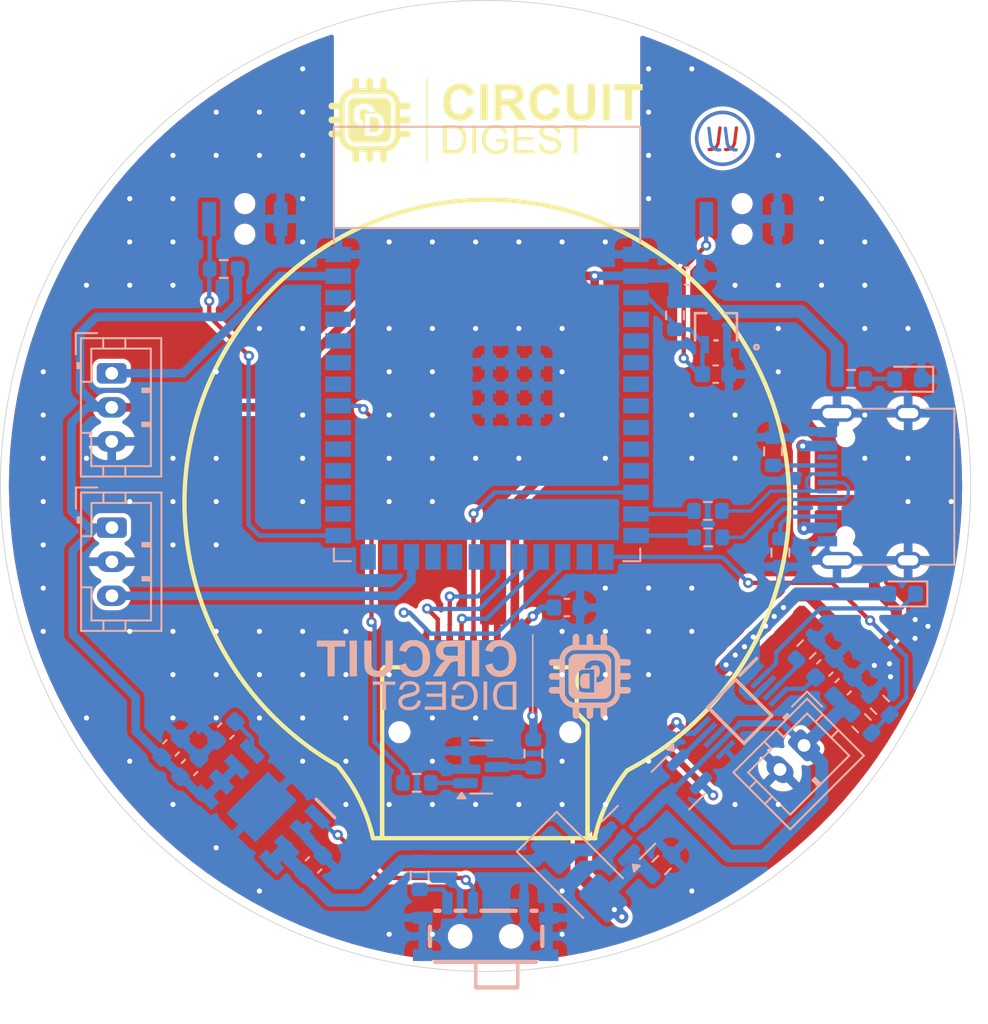
<source format=kicad_pcb>
(kicad_pcb (version 20240108) (generator "pcbnew") (generator_version "8.0")
  (layers (0 "F.Cu" signal) (31 "B.Cu" signal) (34 "B.Paste" user) (35 "F.Paste" user) (36 "B.SilkS" user "B.Silkscreen") (37 "F.SilkS" user "F.Silkscreen") (38 "B.Mask" user) (39 "F.Mask" user) (44 "Edge.Cuts" user))
  (net 0 "")
  (net 1 "/IO0")
  (net 2 "GND")
  (net 3 "/EN")
  (net 4 "+3V3")
  (net 5 "VCC")
  (net 6 "Net-(IC2-SS)")
  (net 7 "Net-(IC3-CT)")
  (net 8 "+BATT")
  (net 9 "VBUS")
  (net 10 "LDO_EN")
  (net 11 "Net-(IC3-DRV)")
  (net 12 "Net-(IC3-CS)")
  (net 13 "Net-(IC3-~{CHG})")
  (net 14 "Net-(IC3-ISET)")
  (net 15 "/USB_D+")
  (net 16 "Net-(J1-CC2)")
  (net 18 "/USB_D-")
  (net 20 "Net-(J1-CC1)")
  (net 21 "/IO47")
  (net 22 "/IO1")
  (net 23 "/IO8")
  (net 24 "/IO11")
  (net 25 "/IO10")
  (net 26 "/IO12")
  (net 27 "Net-(J5-LEDK)")
  (net 28 "/IO9")
  (net 29 "Net-(LED1-A)")
  (net 30 "Net-(Q1-C)")
  (net 31 "Net-(Q1-E)")
  (net 32 "/IO40")
  (net 33 "Net-(U2-GPIO20{slash}U1CTS{slash}ADC2_CH9{slash}CLK_OUT1{slash}USB_D+)")
  (net 34 "Net-(U2-GPIO19{slash}U1RTS{slash}ADC2_CH8{slash}CLK_OUT2{slash}USB_D-)")
  (net 35 "Net-(SW1-C)")
  (net 36 "/IO3")
  (net 37 "/IO35")
  (net 38 "/IO6")
  (net 39 "/IO13")
  (net 40 "/IO45")
  (net 41 "/IO48")
  (net 42 "/IO18")
  (net 43 "/IO16")
  (net 44 "/IO5")
  (net 45 "/IO17")
  (net 46 "/IO42")
  (net 47 "/IO2")
  (net 48 "/IO36")
  (net 49 "/TXD0")
  (net 50 "/IO46")
  (net 51 "/IO39{slash}SCL")
  (net 52 "/IO21")
  (net 53 "/RXD0")
  (net 54 "/IO14")
  (net 55 "/IO4")
  (net 56 "/IO15")
  (net 57 "/IO37")
  (net 58 "/IO7")
  (net 59 "/IO38{slash}SDA")
  (net 60 "/IO41")
  (footprint "LOGO" (layer "F.Cu") (at 76.2 29.32)
    (property "Reference" "G***" (hide yes))
    (property "Value" "LOGO" (hide yes))
  )
  (footprint "GC9A01:GC9A01" (layer "F.Cu") (at 76.193 61.446661)
    (property "Reference" "J5" (hide yes))
    (property "Value" "GC9A01")
  )
  (footprint "Resistor_SMD:R_0603_1608Metric" (layer "B.Cu") (at 93.09 48.77 -90)
    (property "Reference" "R7" (hide yes))
    (property "Value" "5K1")
  )
  (footprint "Resistor_SMD:R_0603_1608Metric" (layer "B.Cu") (at 89.26 52.27 180)
    (property "Reference" "R6" (hide yes))
    (property "Value" "33R")
  )
  (footprint "Resistor_SMD:R_0603_1608Metric" (layer "B.Cu") (at 99.36 63.65 135)
    (property "Reference" "R14" (hide yes))
    (property "Value" "100K")
  )
  (footprint "Capacitor_SMD:C_0603_1608Metric" (layer "B.Cu") (at 58.814967 67.328708 45)
    (property "Reference" "C5" (hide yes))
    (property "Value" "10uF")
  )
  (footprint "Resistor_SMD:R_0603_1608Metric" (layer "B.Cu") (at 98.29 64.73 -45)
    (property "Reference" "R13" (hide yes))
    (property "Value" "100K")
  )
  (footprint "Capacitor_SMD:C_0603_1608Metric" (layer "B.Cu") (at 88.0515 38.48 180)
    (property "Reference" "C1" (hide yes))
    (property "Value" "0.1uF")
  )
  (footprint "Diode_SMD:D_SMA" (layer "B.Cu") (at 81.692258 73.583018 -45)
    (property "Reference" "D2" (hide yes))
    (property "Value" "SS14D")
  )
  (footprint "Capacitor_SMD:C_0603_1608Metric" (layer "B.Cu") (at 97.21 62.59 45)
    (property "Reference" "C9" (hide yes))
    (property "Value" "10uF")
  )
  (footprint "3x4x2:Tactile 3x4x2mm TS-A010" (layer "B.Cu") (at 62.06 35.13)
    (property "Reference" "BOOT1" (hide yes))
    (property "Value" "UBOOT")
  )
  (footprint "Connector_JST:JST_PH_B3B-PH-K_1x03_P2.00mm_Vertical" (layer "B.Cu") (at 54.24 44.19 -90)
    (property "Reference" "J4" (hide yes))
    (property "Value" "Conn_01x03")
  )
  (footprint "Capacitor_SMD:C_0603_1608Metric" (layer "B.Cu") (at 57.724967 66.178708 45)
    (property "Reference" "C6" (hide yes))
    (property "Value" "1uF")
  )
  (footprint "Capacitor_SMD:C_0603_1608Metric" (layer "B.Cu") (at 66.094967 73.048708 45)
    (property "Reference" "C3" (hide yes))
    (property "Value" "10uF")
  )
  (footprint "Capacitor_SMD:C_0603_1608Metric" (layer "B.Cu") (at 96.131992 61.488008 45)
    (property "Reference" "C8" (hide yes))
    (property "Value" "10uF")
  )
  (footprint "Resistor_SMD:R_0603_1608Metric" (layer "B.Cu") (at 60.82 38.07 180)
    (property "Reference" "R4" (hide yes))
    (property "Value" "10K")
  )
  (footprint "Capacitor_SMD:C_0603_1608Metric" (layer "B.Cu") (at 80.98 57.94 180)
    (property "Reference" "C7" (hide yes))
    (property "Value" "0.1uF")
  )
  (footprint "MAX1898EUB42:SOP50P490X110-10N" (layer "B.Cu") (at 91.137258 64.038528 -135)
    (property "Reference" "IC3" (hide yes))
    (property "Value" "MAX1898EUB42+T" (hide yes))
  )
  (footprint "Package_TO_SOT_SMD:SOT-23" (layer "B.Cu") (at 87.515336 68.231161 -135)
    (property "Reference" "U1" (hide yes))
    (property "Value" "AO3401A")
  )
  (footprint "Resistor_SMD:R_0603_1608Metric" (layer "B.Cu") (at 89.28 53.82 180)
    (property "Reference" "R5" (hide yes))
    (property "Value" "33R")
  )
  (footprint "3x4x2:Tactile 3x4x2mm TS-A010" (layer "B.Cu") (at 91.27 35.13)
    (property "Reference" "BOOT2" (hide yes))
    (property "Value" "RESET")
  )
  (footprint "Resistor_SMD:R_0603_1608Metric" (layer "B.Cu") (at 79.01 66.51 90)
    (property "Reference" "R2" (hide yes))
    (property "Value" "10")
  )
  (footprint "LOGO" (layer "B.Cu") (at 75.52 61.98 180)
    (property "Reference" "G***" (hide yes))
    (property "Value" "LOGO" (hide yes))
  )
  (footprint "Connector_JST:JST_PH_B3B-PH-K_1x03_P2.00mm_Vertical" (layer "B.Cu") (at 54.25 53.25 -90)
    (property "Reference" "J2" (hide yes))
    (property "Value" "Conn_01x03")
  )
  (footprint "Resistor_SMD:R_0603_1608Metric" (layer "B.Cu") (at 87.3315 40.79 -90)
    (property "Reference" "R3" (hide yes))
    (property "Value" "10K")
  )
  (footprint "Resistor_SMD:R_0603_1608Metric" (layer "B.Cu") (at 86.54 73.06 45)
    (property "Reference" "R11" (hide yes))
    (property "Value" "100K")
  )
  (footprint "LED_SMD:LED_0603_1608Metric" (layer "B.Cu") (at 100.67 57.14 180)
    (property "Reference" "LED4" (hide yes))
    (property "Value" "LED Blue")
  )
  (footprint "Connector_USB:USB_C_Receptacle_XKB_U262-16XN-4BVC11" (layer "B.Cu") (at 99.95 50.85 -90)
    (property "Reference" "J1" (hide yes))
    (property "Value" "USB_C_Receptacle_USB2.0")
  )
  (footprint "Package_TO_SOT_SMD:SOT-23" (layer "B.Cu") (at 75.9525 67.3)
    (property "Reference" "Q1" (hide yes))
    (property "Value" "S8050")
  )
  (footprint "Resistor_SMD:R_0603_1608Metric" (layer "B.Cu") (at 72.16 68.23)
    (property "Reference" "R1" (hide yes))
    (property "Value" "10K")
  )
  (footprint "Resistor_SMD:R_0603_1608Metric" (layer "B.Cu") (at 97.68 44.52)
    (property "Reference" "R9" (hide yes))
    (property "Value" "1K")
  )
  (footprint "SMD_Slide_switch:slide switch spdt" (layer "B.Cu") (at 76.21 76.815 180)
    (property "Reference" "SW1" (hide yes))
    (property "Value" "SLW-66527511-SMT-TR")
  )
  (footprint "Resistor_SMD:R_0603_1608Metric" (layer "B.Cu") (at 93.52 54.72 90)
    (property "Reference" "R8" (hide yes))
    (property "Value" "5K1")
  )
  (footprint "ADP1706ARDZ:SOIC127P600X175-9N" (layer "B.Cu") (at 63.055288 69.639365 135)
    (property "Reference" "IC2" (hide yes))
    (property "Value" "ADP1706ARDZ-3.3-R7" (hide yes))
  )
  (footprint "Resistor_SMD:R_0603_1608Metric" (layer "B.Cu") (at 72.33 73.66 -90)
    (property "Reference" "R10" (hide yes))
    (property "Value" "100K")
  )
  (footprint "Espressif:ESP32-S3-WROOM-1" (layer "B.Cu") (at 76.29 45.47 180)
    (property "Reference" "U2" (hide yes))
    (property "Value" "ESP32-S3-WROOM-1")
  )
  (footprint "Resistor_SMD:R_0603_1608Metric" (layer "B.Cu") (at 95.05 60.4 45)
    (property "Reference" "R12" (hide yes))
    (property "Value" "1.4K")
  )
  (footprint "ADM803SAKSZ:KS_3_ADI" (layer "B.Cu") (at 89.74 41.46 180)
    (property "Reference" "U8" (hide yes))
    (property "Value" "ADM803SAKSZ-REEL7")
  )
  (footprint "Capacitor_SMD:C_0603_1608Metric" (layer "B.Cu") (at 89.72 44.24)
    (property "Reference" "C2" (hide yes))
    (property "Value" "0.1uF")
  )
  (footprint "LED_SMD:LED_0603_1608Metric" (layer "B.Cu") (at 101.01 44.54 180)
    (property "Reference" "LED1" (hide yes))
    (property "Value" "LED Red")
  )
  (footprint "Package_TO_SOT_SMD:SOT-23" (layer "B.Cu") (at 84.614871 71.141185 45)
    (property "Reference" "U5" (hide yes))
    (property "Value" "AO3401A")
  )
  (footprint "Capacitor_SMD:C_0603_1608Metric" (layer "B.Cu") (at 60.945288 65.189365 -135)
    (property "Reference" "C4" (hide yes))
    (property "Value" "1uF")
  )
  (footprint "Connector_JST:JST_PH_B2B-PH-K_1x02_P2.00mm_Vertical" (layer "B.Cu") (at 94.911464 66.030423 -135)
    (property "Reference" "J3" (hide yes))
    (property "Value" " B2B-PH-SM4-TB(LF)(SN) ")
  )
  (gr_circle (center 90.126 30.4) (end 91.65 30.4) (stroke (width 0.2)) (fill none) (layer "F.Cu"))
  (gr_circle (center 90.126 30.4) (end 91.65 30.4) (stroke (width 0.2)) (fill none) (layer "B.Cu"))
  (gr_circle (center 76.2 50.8) (end 98.47 68.58) (stroke (width 0.05)) (fill none) (layer "Edge.Cuts"))
  (gr_text "JJ" (at 89.03 31.22 0) (layer "F.Cu") (effects (font (size 1.27 1.27) (thickness 0.1905) (bold yes) (italic yes)) (justify left bottom)))
  (gr_text "JJ" (at 91.23 31.24 0) (layer "B.Cu") (effects (font (size 1.27 1.27) (thickness 0.1905) (bold yes) (italic yes)) (justify left bottom mirror)))
  (segment (start 62.3 43.17) (end 59.97 40.84) (width 0.254) (layer "F.Cu") (net 1))
  (segment (start 59.97 40.84) (end 59.97 39.94) (width 0.254) (layer "F.Cu") (net 1))
  (via (at 62.3 43.17) (size 0.6) (drill 0.3) (layers "F.Cu" "B.Cu") (net 1))
  (via (at 59.97 39.94) (size 0.6) (drill 0.3) (layers "F.Cu" "B.Cu") (net 1))
  (segment (start 59.995 35.165) (end 59.96 35.13) (width 0.254) (layer "B.Cu") (net 1))
  (segment (start 59.995 38.07) (end 59.995 35.165) (width 0.254) (layer "B.Cu") (net 1))
  (segment (start 62.3 43.17) (end 62.28 43.19) (width 0.254) (layer "B.Cu") (net 1))
  (segment (start 59.97 39.94) (end 59.97 38.095) (width 0.254) (layer "B.Cu") (net 1))
  (segment (start 59.97 38.095) (end 59.995 38.07) (width 0.254) (layer "B.Cu") (net 1))
  (segment (start 62.28 53.08) (end 62.92 53.72) (width 0.254) (layer "B.Cu") (net 1))
  (segment (start 62.28 43.19) (end 62.28 53.08) (width 0.254) (layer "B.Cu") (net 1))
  (segment (start 62.92 53.72) (end 67.54 53.72) (width 0.254) (layer "B.Cu") (net 1))
  (via (at 55.29796 39.02) (size 0.6) (drill 0.3) (layers "F.Cu" "B.Cu") (net 2))
  (via (at 50.21796 59.34) (size 0.6) (drill 0.3) (layers "F.Cu" "B.Cu") (net 2))
  (via (at 83.23796 36.48) (size 0.6) (drill 0.3) (layers "F.Cu" "B.Cu") (net 2))
  (via (at 80.69796 61.88) (size 0.6) (drill 0.3) (layers "F.Cu" "B.Cu") (net 2))
  (via (at 90.85796 69.5) (size 0.6) (drill 0.3) (layers "F.Cu" "B.Cu") (net 2))
  (via (at 52.75796 64.42) (size 0.6) (drill 0.3) (layers "F.Cu" "B.Cu") (net 2))
  (via (at 99.99 62) (size 0.6) (drill 0.3) (layers "F.Cu" "B.Cu") (net 2))
  (via (at 57.83796 31.4) (size 0.6) (drill 0.3) (layers "F.Cu" "B.Cu") (net 2))
  (via (at 103.55796 51.72) (size 0.6) (drill 0.3) (layers "F.Cu" "B.Cu") (net 2))
  (via (at 60.37796 49.18) (size 0.6) (drill 0.3) (layers "F.Cu" "B.Cu") (net 2))
  (via (at 90.85796 39.02) (size 0.6) (drill 0.3) (layers "F.Cu" "B.Cu") (net 2))
  (via (at 70.53796 44.1) (size 0.6) (drill 0.3) (layers "F.Cu" "B.Cu") (net 2))
  (via (at 88.31796 26.32) (size 0.6) (drill 0.3) (layers "F.Cu" "B.Cu") (net 2))
  (via (at 57.83796 49.18) (size 0.6) (drill 0.3) (layers "F.Cu" "B.Cu") (net 2))
  (via (at 50.21796 49.18) (size 0.6) (drill 0.3) (layers "F.Cu" "B.Cu") (net 2))
  (via (at 62.91796 28.86) (size 0.6) (drill 0.3) (layers "F.Cu" "B.Cu") (net 2))
  (via (at 85.77796 28.86) (size 0.6) (drill 0.3) (layers "F.Cu" "B.Cu") (net 2))
  (via (at 55.29796 33.94) (size 0.6) (drill 0.3) (layers "F.Cu" "B.Cu") (net 2))
  (via (at 55.29796 36.48) (size 0.6) (drill 0.3) (layers "F.Cu" "B.Cu") (net 2))
  (via (at 65.45796 59.34) (size 0.6) (drill 0.3) (layers "F.Cu" "B.Cu") (net 2))
  (via (at 50.21796 51.72) (size 0.6) (drill 0.3) (layers "F.Cu" "B.Cu") (net 2))
  (via (at 80.69796 41.56) (size 0.6) (drill 0.3) (layers "F.Cu" "B.Cu") (net 2))
  (via (at 73.07796 44.1) (size 0.6) (drill 0.3) (layers "F.Cu" "B.Cu") (net 2))
  (via (at 65.45796 49.18) (size 0.6) (drill 0.3) (layers "F.Cu" "B.Cu") (net 2))
  (via (at 88.31796 46.64) (size 0.6) (drill 0.3) (layers "F.Cu" "B.Cu") (net 2))
  (via (at 73.07796 69.5) (size 0.6) (drill 0.3) (layers "F.Cu" "B.Cu") (net 2))
  (via (at 55.29796 66.96) (size 0.6) (drill 0.3) (layers "F.Cu" "B.Cu") (net 2))
  (via (at 101.43 59.75) (size 0.6) (drill 0.3) (layers "F.Cu" "B.Cu") (net 2))
  (via (at 83.23796 59.34) (size 0.6) (drill 0.3) (layers "F.Cu" "B.Cu") (net 2))
  (via (at 73.07796 49.18) (size 0.6) (drill 0.3) (layers "F.Cu" "B.Cu") (net 2))
  (via (at 93.39796 44.1) (size 0.6) (drill 0.3) (layers "F.Cu" "B.Cu") (net 2))
  (via (at 65.45796 64.42) (size 0.6) (drill 0.3) (layers "F.Cu" "B.Cu") (net 2))
  (via (at 88.31796 56.8) (size 0.6) (drill 0.3) (layers "F.Cu" "B.Cu") (net 2))
  (via (at 98.47796 39.02) (size 0.6) (drill 0.3) (layers "F.Cu" "B.Cu") (net 2))
  (via (at 99.93 61.24) (size 0.6) (drill 0.3) (layers "F.Cu" "B.Cu") (net 2))
  (via (at 78.15796 49.18) (size 0.6) (drill 0.3) (layers "F.Cu" "B.Cu") (net 2))
  (via (at 62.91796 74.58) (size 0.6) (drill 0.3) (layers "F.Cu" "B.Cu") (net 2))
  (via (at 57.83796 36.48) (size 0.6) (drill 0.3) (layers "F.Cu" "B.Cu") (net 2))
  (via (at 70.53796 77.12) (size 0.6) (drill 0.3) (layers "F.Cu" "B.Cu") (net 2))
  (via (at 73.07796 51.72) (size 0.6) (drill 0.3) (layers "F.Cu" "B.Cu") (net 2))
  (via (at 85.77796 31.4) (size 0.6) (drill 0.3) (layers "F.Cu" "B.Cu") (net 2))
  (via (at 62.91796 61.88) (size 0.6) (drill 0.3) (layers "F.Cu" "B.Cu") (net 2))
  (via (at 60.37796 28.86) (size 0.6) (drill 0.3) (layers "F.Cu" "B.Cu") (net 2))
  (via (at 65.45796 41.56) (size 0.6) (drill 0.3) (layers "F.Cu" "B.Cu") (net 2))
  (via (at 93.39796 31.4) (size 0.6) (drill 0.3) (layers "F.Cu" "B.Cu") (net 2))
  (via (at 62.91796 41.56) (size 0.6) (drill 0.3) (layers "F.Cu" "B.Cu") (net 2))
  (via (at 75.61796 64.42) (size 0.6) (drill 0.3) (layers "F.Cu" "B.Cu") (net 2))
  (via (at 80.69796 69.5) (size 0.6) (drill 0.3) (layers "F.Cu" "B.Cu") (net 2))
  (via (at 67.99796 69.5) (size 0.6) (drill 0.3) (layers "F.Cu" "B.Cu") (net 2))
  (via (at 85.77796 61.88) (size 0.6) (drill 0.3) (layers "F.Cu" "B.Cu") (net 2))
  (via (at 67.99796 61.88) (size 0.6) (drill 0.3) (layers "F.Cu" "B.Cu") (net 2))
  (via (at 65.45796 28.86) (size 0.6) (drill 0.3) (layers "F.Cu" "B.Cu") (net 2))
  (via (at 73.07796 64.42) (size 0.6) (drill 0.3) (layers "F.Cu" "B.Cu") (net 2))
  (via (at 60.37796 51.72) (size 0.6) (drill 0.3) (layers "F.Cu" "B.Cu") (net 2))
  (via (at 60.37796 44.1) (size 0.6) (drill 0.3) (layers "F.Cu" "B.Cu") (net 2))
  (via (at 57.83796 54.26) (size 0.6) (drill 0.3) (layers "F.Cu" "B.Cu") (net 2))
  (via (at 80.69796 66.96) (size 0.6) (drill 0.3) (layers "F.Cu" "B.Cu") (net 2))
  (via (at 80.69796 77.12) (size 0.6) (drill 0.3) (layers "F.Cu" "B.Cu") (net 2))
  (via (at 78.15796 36.48) (size 0.6) (drill 0.3) (layers "F.Cu" "B.Cu") (net 2))
  (via (at 60.37796 59.34) (size 0.6) (drill 0.3) (layers "F.Cu" "B.Cu") (net 2))
  (via (at 78.15796 41.56) (size 0.6) (drill 0.3) (layers "F.Cu" "B.Cu") (net 2))
  (via (at 60.37796 64.42) (size 0.6) (drill 0.3) (layers "F.Cu" "B.Cu") (net 2))
  (via (at 65.45796 46.64) (size 0.6) (drill 0.3) (layers "F.Cu" "B.Cu") (net 2))
  (via (at 62.91796 31.4) (size 0.6) (drill 0.3) (layers "F.Cu" "B.Cu") (net 2))
  (via (at 57.83796 51.72) (size 0.6) (drill 0.3) (layers "F.Cu" "B.Cu") (net 2))
  (via (at 65.45796 36.48) (size 0.6) (drill 0.3) (layers "F.Cu" "B.Cu") (net 2))
  (via (at 52.75796 39.02) (size 0.6) (drill 0.3) (layers "F.Cu" "B.Cu") (net 2))
  (via (at 102.19 59.04) (size 0.6) (drill 0.3) (layers "F.Cu" "B.Cu") (net 2))
  (via (at 98.47796 49.18) (size 0.6) (drill 0.3) (layers "F.Cu" "B.Cu") (net 2))
  (via (at 55.29796 51.72) (size 0.6) (drill 0.3) (layers "F.Cu" "B.Cu") (net 2))
  (via (at 70.53796 46.64) (size 0.6) (drill 0.3) (layers "F.Cu" "B.Cu") (net 2))
  (via (at 98.47796 41.56) (size 0.6) (drill 0.3) (layers "F.Cu" "B.Cu") (net 2))
  (via (at 88.31796 49.18) (size 0.6) (drill 0.3) (layers "F.Cu" "B.Cu") (net 2))
  (via (at 93.39796 41.56) (size 0.6) (drill 0.3) (layers "F.Cu" "B.Cu") (net 2))
  (via (at 67.99796 59.34) (size 0.6) (drill 0.3) (layers "F.Cu" "B.Cu") (net 2))
  (via (at 85.77796 59.34) (size 0.6) (drill 0.3) (layers "F.Cu" "B.Cu") (net 2))
  (via (at 70.53796 61.88) (size 0.6) (drill 0.3) (layers "F.Cu" "B.Cu") (net 2))
  (via (at 50.21796 56.8) (size 0.6) (drill 0.3) (layers "F.Cu" "B.Cu") (net 2))
  (via (at 80.69796 36.48) (size 0.6) (drill 0.3) (layers "F.Cu" "B.Cu") (net 2))
  (via (at 101.01796 49.18) (size 0.6) (drill 0.3) (layers "F.Cu" "B.Cu") (net 2))
  (via (at 50.21796 44.1) (size 0.6) (drill 0.3) (layers "F.Cu" "B.Cu") (net 2))
  (via (at 70.53796 49.18) (size 0.6) (drill 0.3) (layers "F.Cu" "B.Cu") (net 2))
  (via (at 101.44 58.65) (size 0.6) (drill 0.3) (layers "F.Cu" "B.Cu") (net 2))
  (via (at 70.53796 41.56) (size 0.6) (drill 0.3) (layers "F.Cu" "B.Cu") (net 2))
  (via (at 67.99796 64.42) (size 0.6) (drill 0.3) (layers "F.Cu" "B.Cu") (net 2))
  (via (at 95.93796 39.02) (size 0.6) (drill 0.3) (layers "F.Cu" "B.Cu") (net 2))
  (via (at 65.45796 61.88) (size 0.6) (drill 0.3) (layers "F.Cu" "B.Cu") (net 2))
  (via (at 80.69796 59.34) (size 0.6) (drill 0.3) (layers "F.Cu" "B.Cu") (net 2))
  (via (at 85.77796 66.96) (size 0.6) (drill 0.3) (layers "F.Cu" "B.Cu") (net 2))
  (via (at 73.07796 36.48) (size 0.6) (drill 0.3) (layers "F.Cu" "B.Cu") (net 2))
  (via (at 88.31796 59.34) (size 0.6) (drill 0.3) (layers "F.Cu" "B.Cu") (net 2))
  (via (at 78.15796 69.5) (size 0.6) (drill 0.3) (layers "F.Cu" "B.Cu") (net 2))
  (via (at 83.23796 49.18) (size 0.6) (drill 0.3) (layers "F.Cu" "B.Cu") (net 2))
  (via (at 57.83796 64.42) (size 0.6) (drill 0.3) (layers "F.Cu" "B.Cu") (net 2))
  (via (at 57.83796 61.88) (size 0.6) (drill 0.3) (layers "F.Cu" "B.Cu") (net 2))
  (via (at 57.83796 69.5) (size 0.6) (drill 0.3) (layers "F.Cu" "B.Cu") (net 2))
  (via (at 55.29796 59.34) (size 0.6) (drill 0.3) (layers "F.Cu" "B.Cu") (net 2))
  (via (at 52.75796 49.18) (size 0.6) (drill 0.3) (layers "F.Cu" "B.Cu") (net 2))
  (via (at 99.04 61.34) (size 0.6) (drill 0.3) (layers "F.Cu" "B.Cu") (net 2))
  (via (at 90.85796 49.18) (size 0.6) (drill 0.3) (layers "F.Cu" "B.Cu") (net 2))
  (via (at 65.45796 66.96) (size 0.6) (drill 0.3) (layers "F.Cu" "B.Cu") (net 2))
  (via (at 65.45796 51.72) (size 0.6) (drill 0.3) (layers "F.Cu" "B.Cu") (net 2))
  (via (at 83.23796 69.5) (size 0.6) (drill 0.3) (layers "F.Cu" "B.Cu") (net 2))
  (via (at 65.45796 26.32) (size 0.6) (drill 0.3) (layers "F.Cu" "B.Cu") (net 2))
  (via (at 62.91796 59.34) (size 0.6) (drill 0.3) (layers "F.Cu" "B.Cu") (net 2))
  (via (at 101.01796 51.72) (size 0.6) (drill 0.3) (layers "F.Cu" "B.Cu") (net 2))
  (via (at 85.77796 33.94) (size 0.6) (drill 0.3) (layers "F.Cu" "B.Cu") (net 2))
  (via (at 88.31796 74.58) (size 0.6) (drill 0.3) (layers "F.Cu" "B.Cu") (net 2))
  (via (at 73.07796 41.56) (size 0.6) (drill 0.3) (layers "F.Cu" "B.Cu") (net 2))
  (via (at 65.45796 33.94) (size 0.6) (drill 0.3) (layers "F.Cu" "B.Cu") (net 2))
  (via (at 73.07796 77.12) (size 0.6) (drill 0.3) (layers "F.Cu" "B.Cu") (net 2))
  (via (at 50.21796 54.26) (size 0.6) (drill 0.3) (layers "F.Cu" "B.Cu") (net 2))
  (via (at 70.53796 51.72) (size 0.6) (drill 0.3) (layers "F.Cu" "B.Cu") (net 2))
  (via (at 83.23796 64.42) (size 0.6) (drill 0.3) (layers "F.Cu" "B.Cu") (net 2))
  (via (at 70.53796 69.5) (size 0.6) (drill 0.3) (layers "F.Cu" "B.Cu") (net 2))
  (via (at 75.61796 49.18) (size 0.6) (drill 0.3) (layers "F.Cu" "B.Cu") (net 2))
  (via (at 85.77796 56.8) (size 0.6) (drill 0.3) (layers "F.Cu" "B.Cu") (net 2))
  (via (at 73.07796 46.64) (size 0.6) (drill 0.3) (layers "F.Cu" "B.Cu") (net 2))
  (via (at 75.61796 41.56) (size 0.6) (drill 0.3) (layers "F.Cu" "B.Cu") (net 2))
  (via (at 60.37796 54.26) (size 0.6) (drill 0.3) (layers "F.Cu" "B.Cu") (net 2))
  (via (at 57.83796 59.34) (size 0.6) (drill 0.3) (layers "F.Cu" "B.Cu") (net 2))
  (via (at 95.93796 33.94) (size 0.6) (drill 0.3) (layers "F.Cu" "B.Cu") (net 2))
  (via (at 85.77796 26.32) (size 0.6) (drill 0.3) (layers "F.Cu" "B.Cu") (net 2))
  (via (at 57.83796 33.94) (size 0.6) (drill 0.3) (layers "F.Cu" "B.Cu") (net 2))
  (via (at 67.99796 66.96) (size 0.6) (drill 0.3) (layers "F.Cu" "B.Cu") (net 2))
  (via (at 60.37796 72.04) (size 0.6) (drill 0.3) (layers "F.Cu" "B.Cu") (net 2))
  (via (at 90.85796 46.64) (size 0.6) (drill 0.3) (layers "F.Cu" "B.Cu") (net 2))
  (via (at 57.83796 39.02) (size 0.6) (drill 0.3) (layers "F.Cu" "B.Cu") (net 2))
  (via (at 101.01796 41.56) (size 0.6) (drill 0.3) (layers "F.Cu" "B.Cu") (net 2))
  (via (at 80.69796 46.64) (size 0.6) (drill 0.3) (layers "F.Cu" "B.Cu") (net 2))
  (via (at 83.23796 61.88) (size 0.6) (drill 0.3) (layers "F.Cu" "B.Cu") (net 2))
  (via (at 50.21796 46.64) (size 0.6) (drill 0.3) (layers "F.Cu" "B.Cu") (net 2))
  (via (at 60.37796 31.4) (size 0.6) (drill 0.3) (layers "F.Cu" "B.Cu") (net 2))
  (via (at 95.93796 36.48) (size 0.6) (drill 0.3) (layers "F.Cu" "B.Cu") (net 2))
  (via (at 93.39796 69.5) (size 0.6) (drill 0.3) (layers "F.Cu" "B.Cu") (net 2))
  (via (at 65.45796 31.4) (size 0.6) (drill 0.3) (layers "F.Cu" "B.Cu") (net 2))
  (via (at 93.39796 39.02) (size 0.6) (drill 0.3) (layers "F.Cu" "B.Cu") (net 2))
  (via (at 60.37796 61.88) (size 0.6) (drill 0.3) (layers "F.Cu" "B.Cu") (net 2))
  (via (at 75.61796 69.5) (size 0.6) (drill 0.3) (layers "F.Cu" "B.Cu") (net 2))
  (via (at 83.23796 56.8) (size 0.6) (drill 0.3) (layers "F.Cu" "B.Cu") (net 2))
  (via (at 98.47796 46.64) (size 0.6) (drill 0.3) (layers "F.Cu" "B.Cu") (net 2))
  (via (at 80.69796 74.58) (size 0.6) (drill 0.3) (layers "F.Cu" "B.Cu") (net 2))
  (via (at 80.69796 44.1) (size 0.6) (drill 0.3) (layers "F.Cu" "B.Cu") (net 2))
  (via (at 62.91796 64.42) (size 0.6) (drill 0.3) (layers "F.Cu" "B.Cu") (net 2))
  (via (at 73.07796 66.96) (size 0.6) (drill 0.3) (layers "F.Cu" "B.Cu") (net 2))
  (via (at 75.61796 36.48) (size 0.6) (drill 0.3) (layers "F.Cu" "B.Cu") (net 2))
  (via (at 70.53796 36.48) (size 0.6) (drill 0.3) (layers "F.Cu" "B.Cu") (net 2))
  (via (at 98.47796 36.48) (size 0.6) (drill 0.3) (layers "F.Cu" "B.Cu") (net 2))
  (segment (start 96.61 47.08) (end 96.57 47.04) (width 0.254) (layer "B.Cu") (net 2))
  (segment (start 96.28 47.41) (end 96.61 47.08) (width 0.254) (layer "B.Cu") (net 2))
  (segment (start 96.52 47.5) (end 96.845 47.175) (width 0.254) (layer "B.Cu") (net 2))
  (segment (start 96.28 47.5) (end 96.28 47.41) (width 0.254) (layer "B.Cu") (net 2))
  (segment (start 95.88 46.82) (end 96.28 47.22) (width 0.254) (layer "B.Cu") (net 2))
  (segment (start 93.09 47.945) (end 93.09 47.06) (width 0.254) (layer "B.Cu") (net 2))
  (segment (start 96.28 54.2) (end 96.28 54.605) (width 0.254) (layer "B.Cu") (net 2))
  (segment (start 96.28 54.605) (end 96.845 55.17) (width 0.254) (layer "B.Cu") (net 2))
  (segment (start 90.46 63.78) (end 90.28 63.6) (width 0.254) (layer "B.Cu") (net 2))
  (segment (start 89.581623 65.594163) (end 90.46 64.715786) (width 0.254) (layer "B.Cu") (net 2))
  (segment (start 93.09 47.06) (end 93.33 46.82) (width 0.254) (layer "B.Cu") (net 2))
  (segment (start 90.46 63.88) (end 90.46 63.78) (width 0.254) (layer "B.Cu") (net 2))
  (segment (start 93.52 55.545) (end 95.155 55.545) (width 0.254) (layer "B.Cu") (net 2))
  (segment (start 96.38 47.04) (end 96.38 47.12) (width 0.254) (layer "B.Cu") (net 2))
  (segment (start 96.57 47.04) (end 96.38 47.04) (width 0.254) (layer "B.Cu") (net 2))
  (segment (start 96.38 47.12) (end 96.28 47.22) (width 0.254) (layer "B.Cu") (net 2))
  (segment (start 96.28 47.5) (end 96.52 47.5) (width 0.254) (layer "B.Cu") (net 2))
  (segment (start 96.28 54.42) (end 96.28 54.2) (width 0.254) (layer "B.Cu") (net 2))
  (segment (start 95.155 55.545) (end 96.28 54.42) (width 0.254) (layer "B.Cu") (net 2))
  (segment (start 93.33 46.82) (end 95.88 46.82) (width 0.254) (layer "B.Cu") (net 2))
  (segment (start 96.845 47.175) (end 96.845 46.53) (width 0.254) (layer "B.Cu") (net 2))
  (segment (start 90.46 64.715786) (end 90.46 63.88) (width 0.254) (layer "B.Cu") (net 2))
  (segment (start 87.84 43.31) (end 87.84 38.01) (width 0.254) (layer "F.Cu") (net 3))
  (segment (start 87.84 38.01) (end 89.16 36.69) (width 0.254) (layer "F.Cu") (net 3))
  (via (at 89.16 36.69) (size 0.6) (drill 0.3) (layers "F.Cu" "B.Cu") (net 3))
  (via (at 87.84 43.31) (size 0.6) (drill 0.3) (layers "F.Cu" "B.Cu") (net 3))
  (segment (start 85.04 39.75) (end 85.73 39.75) (width 0.254) (layer "B.Cu") (net 3))
  (segment (start 88.945 44.24) (end 88.945 42.648801) (width 0.254) (layer "B.Cu") (net 3))
  (segment (start 88.201201 41.615) (end 89.090001 42.5038) (width 0.254) (layer "B.Cu") (net 3))
  (segment (start 88.77 44.24) (end 87.84 43.31) (width 0.254) (layer "B.Cu") (net 3))
  (segment (start 89.16 36.69) (end 89.16 35.14) (width 0.254) (layer "B.Cu") (net 3))
  (segment (start 87.3315 41.3515) (end 87.3315 41.615) (width 0.254) (layer "B.Cu") (net 3))
  (segment (start 89.16 35.14) (end 89.17 35.13) (width 0.254) (layer "B.Cu") (net 3))
  (segment (start 85.73 39.75) (end 87.3315 41.3515) (width 0.254) (layer "B.Cu") (net 3))
  (segment (start 88.945 42.648801) (end 89.090001 42.5038) (width 0.254) (layer "B.Cu") (net 3))
  (segment (start 87.3315 41.615) (end 88.201201 41.615) (width 0.254) (layer "B.Cu") (net 3))
  (segment (start 88.945 44.24) (end 88.77 44.24) (width 0.254) (layer "B.Cu") (net 3))
  (segment (start 77.593 61.446661) (end 77.92 61.446661) (width 0.381) (layer "F.Cu") (net 4))
  (segment (start 78.293 59.127) (end 78.97 58.45) (width 0.381) (layer "F.Cu") (net 4))
  (segment (start 77.92 61.446661) (end 78.293 61.446661) (width 0.381) (layer "F.Cu") (net 4))
  (segment (start 54.24 46.19) (end 62.95 46.19) (width 0.508) (layer "F.Cu") (net 4))
  (segment (start 64.54 44.6) (end 70.67 38.47) (width 0.508) (layer "F.Cu") (net 4))
  (segment (start 82.61 38.47) (end 82.61 47.14) (width 0.508) (layer "F.Cu") (net 4))
  (segment (start 78.293 61.446661) (end 78.293 59.127) (width 0.381) (layer "F.Cu") (net 4))
  (segment (start 82.61 47.14) (end 77.92 51.83) (width 0.508) (layer "F.Cu") (net 4))
  (segment (start 70.67 38.47) (end 82.61 38.47) (width 0.508) (layer "F.Cu") (net 4))
  (segment (start 62.95 46.19) (end 64.54 44.6) (width 0.508) (layer "F.Cu") (net 4))
  (segment (start 77.92 51.83) (end 77.92 61.446661) (width 0.508) (layer "F.Cu") (net 4))
  (via (at 82.61 38.47) (size 0.6) (drill 0.3) (layers "F.Cu" "B.Cu") (net 4))
  (via (at 78.97 58.45) (size 0.6) (drill 0.3) (layers "F.Cu" "B.Cu") (net 4))
  (segment (start 85.03 38.47) (end 85.04 38.48) (width 0.508) (layer "B.Cu") (net 4))
  (segment (start 79.48 57.94) (end 80.205 57.94) (width 0.381) (layer "B.Cu") (net 4))
  (segment (start 53.33 40.88) (end 60.806054 40.88) (width 0.508) (layer "B.Cu") (net 4))
  (segment (start 85.04 38.48) (end 87.2765 38.48) (width 0.762) (layer "B.Cu") (net 4))
  (segment (start 60.806054 40.88) (end 61.645 40.041054) (width 0.508) (layer "B.Cu") (net 4))
  (segment (start 61.645 40.041054) (end 61.645 38.07) (width 0.508) (layer "B.Cu") (net 4))
  (segment (start 89.74 40.56225) (end 94.73225 40.56225) (width 0.762) (layer "B.Cu") (net 4))
  (segment (start 53.4 46.19) (end 52.38 45.17) (width 0.508) (layer "B.Cu") (net 4))
  (segment (start 53.3 53.25) (end 51.95 54.6) (width 0.508) (layer "B.Cu") (net 4))
  (segment (start 52.38 41.83) (end 53.33 40.88) (width 0.508) (layer "B.Cu") (net 4))
  (segment (start 59.518974 69.06873) (end 59.790576 69.06873) (width 0.508) (layer "B.Cu") (net 4))
  (segment (start 89.14275 39.965) (end 89.74 40.56225) (width 0.762) (layer "B.Cu") (net 4))
  (segment (start 52.87 53.25) (end 54.25 53.25) (width 0.508) (layer "B.Cu") (net 4))
  (segment (start 87.3315 38.535) (end 87.2765 38.48) (width 0.762) (layer "B.Cu") (net 4))
  (segment (start 61.586628 67.272679) (end 59.790576 69.06873) (width 0.508) (layer "B.Cu") (net 4))
  (segment (start 96.855 42.685) (end 96.855 44.52) (width 0.762) (layer "B.Cu") (net 4))
  (segment (start 94.73225 40.56225) (end 96.855 42.685) (width 0.762) (layer "B.Cu") (net 4))
  (segment (start 82.61 38.47) (end 85.03 38.47) (width 0.508) (layer "B.Cu") (net 4))
  (segment (start 51.95 59.51) (end 55.65 63.21) (width 0.508) (layer "B.Cu") (net 4))
  (segment (start 87.3315 39.965) (end 87.3315 38.535) (width 0.762) (layer "B.Cu") (net 4))
  (segment (start 52.38 45.17) (end 52.38 41.83) (width 0.508) (layer "B.Cu") (net 4))
  (segment (start 52.79 46.19) (end 51.88 47.1) (width 0.508) (layer "B.Cu") (net 4))
  (segment (start 54.25 53.25) (end 53.3 53.25) (width 0.508) (layer "B.Cu") (net 4))
  (segment (start 55.65 63.21) (end 55.65 65.199756) (width 0.508) (layer "B.Cu") (net 4))
  (segment (start 51.95 54.6) (end 51.95 59.51) (width 0.508) (layer "B.Cu") (net 4))
  (segment (start 54.24 46.19) (end 53.4 46.19) (width 0.508) (layer "B.Cu") (net 4))
  (segment (start 78.97 58.45) (end 79.48 57.94) (width 0.381) (layer "B.Cu") (net 4))
  (segment (start 51.88 47.1) (end 51.88 52.26) (width 0.508) (layer "B.Cu") (net 4))
  (segment (start 55.65 65.199756) (end 57.176959 66.726715) (width 0.508) (layer "B.Cu") (net 4))
  (segment (start 87.3315 39.965) (end 89.14275 39.965) (width 0.762) (layer "B.Cu") (net 4))
  (segment (start 54.24 46.19) (end 52.79 46.19) (width 0.508) (layer "B.Cu") (net 4))
  (segment (start 57.176959 66.726715) (end 59.518974 69.06873) (width 0.508) (layer "B.Cu") (net 4))
  (segment (start 51.88 52.26) (end 52.87 53.25) (width 0.508) (layer "B.Cu") (net 4))
  (segment (start 67.070245 75.12) (end 65.54696 73.596715) (width 0.762) (layer "B.Cu") (net 5))
  (segment (start 64.523948 72.503948) (end 64.523948 72.006051) (width 0.762) (layer "B.Cu") (net 5))
  (segment (start 82.261195 72.168805) (end 80.278044 72.168805) (width 0.762) (layer "B.Cu") (net 5))
  (segment (start 80.278044 72.168805) (end 79.761195 72.168805) (width 0.762) (layer "B.Cu") (net 5))
  (segment (start 79.761195 72.168805) (end 79.095 72.835) (width 0.762) (layer "B.Cu") (net 5))
  (segment (start 71.295 72.835) (end 69.01 75.12) (width 0.762) (layer "B.Cu") (net 5))
  (segment (start 83.280207 71.132346) (end 83.280207 71.149793) (width 0.762) (layer "B.Cu") (net 5))
  (segment (start 69.01 75.12) (end 67.070245 75.12) (width 0.762) (layer "B.Cu") (net 5))
  (segment (start 72.33 72.835) (end 71.295 72.835) (width 0.762) (layer "B.Cu") (net 5))
  (segment (start 79.095 72.835) (end 72.33 72.835) (width 0.762) (layer "B.Cu") (net 5))
  (segment (start 65.54696 73.596715) (end 64.63 72.679755) (width 0.762) (layer "B.Cu") (net 5))
  (segment (start 64.523948 72.006051) (end 63.625923 72.904077) (width 0.762) (layer "B.Cu") (net 5))
  (segment (start 83.280207 71.149793) (end 82.261195 72.168805) (width 0.762) (layer "B.Cu") (net 5))
  (segment (start 64.63 72.679755) (end 64.63 72.61) (width 0.762) (layer "B.Cu") (net 5))
  (segment (start 64.63 72.61) (end 64.523948 72.503948) (width 0.762) (layer "B.Cu") (net 5))
  (segment (start 62.484653 65.632716) (end 61.493295 64.641358) (width 0.254) (layer "B.Cu") (net 6))
  (segment (start 62.484653 66.374653) (end 62.484653 65.632716) (width 0.254) (layer "B.Cu") (net 6))
  (segment (start 93.88 62.71) (end 94.91 62.71) (width 0.254) (layer "B.Cu") (net 7))
  (segment (start 93.4 63.19) (end 93.88 62.71) (width 0.254) (layer "B.Cu") (net 7))
  (segment (start 94.91 62.71) (end 95.583984 62.036016) (width 0.254) (layer "B.Cu") (net 7))
  (segment (start 97.32 63.76) (end 97.706637 64.146637) (width 0.762) (layer "B.Cu") (net 8))
  (segment (start 86.988818 68.894074) (end 86.852424 68.894074) (width 0.381) (layer "B.Cu") (net 8))
  (segment (start 96.698008 63.138008) (end 97.706637 64.146637) (width 0.762) (layer "B.Cu") (net 8))
  (segment (start 95.95 67.068959) (end 95.95 69.13) (width 0.762) (layer "B.Cu") (net 8))
  (segment (start 94.911464 66.030423) (end 94.969577 66.030423) (width 0.762) (layer "B.Cu") (net 8))
  (segment (start 94.969577 66.030423) (end 97.24 63.76) (width 0.762) (layer "B.Cu") (net 8))
  (segment (start 96.661992 63.138008) (end 96.698008 63.138008) (width 0.762) (layer "B.Cu") (net 8))
  (segment (start 85.277784 70.468714) (end 86.852424 68.894074) (width 0.762) (layer "B.Cu") (net 8))
  (segment (start 93.621041 64.74) (end 94.911464 66.030423) (width 0.381) (layer "B.Cu") (net 8))
  (segment (start 94.911464 66.030423) (end 95.95 67.068959) (width 0.762) (layer "B.Cu") (net 8))
  (segment (start 95.95 69.13) (end 92.58 72.5) (width 0.762) (layer "B.Cu") (net 8))
  (segment (start 85.277784 70.478273) (end 85.277784 70.468714) (width 0.762) (layer "B.Cu") (net 8))
  (segment (start 92.58 72.52) (end 90.47835 72.52) (width 0.762) (layer "B.Cu") (net 8))
  (segment (start 92.58 72.5) (end 92.58 72.52) (width 0.762) (layer "B.Cu") (net 8))
  (segment (start 91.142892 64.74) (end 93.621041 64.74) (width 0.381) (layer "B.Cu") (net 8))
  (segment (start 89.935176 65.947716) (end 86.988818 68.894074) (width 0.3048) (layer "B.Cu") (net 8))
  (segment (start 90.47835 72.52) (end 86.852424 68.894074) (width 0.762) (layer "B.Cu") (net 8))
  (segment (start 89.935176 65.947716) (end 91.142892 64.74) (width 0.3048) (layer "B.Cu") (net 8))
  (segment (start 97.24 63.76) (end 97.32 63.76) (width 0.762) (layer "B.Cu") (net 8))
  (segment (start 91.97 59.67) (end 92.61 59.03) (width 0.762) (layer "F.Cu") (net 9))
  (segment (start 93.18 58.46) (end 93.7 57.94) (width 0.762) (layer "F.Cu") (net 9))
  (segment (start 92.61 59.03) (end 92.65 59.03) (width 0.762) (layer "F.Cu") (net 9))
  (segment (start 94.38 57.26) (end 92.61 59.03) (width 0.635) (layer "F.Cu") (net 9))
  (segment (start 98.17 51.65) (end 99.04 52.52) (width 0.635) (layer "F.Cu") (net 9))
  (segment (start 91.4 60.24) (end 91.41 60.24) (width 0.762) (layer "F.Cu") (net 9))
  (segment (start 95.17 57.26) (end 94.38 57.26) (width 0.635) (layer "F.Cu") (net 9))
  (segment (start 99.41 60.22) (end 98.13 60.22) (width 0.635) (layer "F.Cu") (net 9))
  (segment (start 90.34 61.3) (end 90.87 60.77) (width 0.762) (layer "F.Cu") (net 9))
  (segment (start 81.83 73.72) (end 81.83 68.4) (width 0.762) (layer "F.Cu") (net 9))
  (segment (start 90.87 60.73) (end 90.91 60.73) (width 0.762) (layer "F.Cu") (net 9))
  (segment (start 98.13 60.22) (end 95.17 57.26) (width 0.635) (layer "F.Cu") (net 9))
  (segment (start 94.83 48.46) (end 94.83 51.4) (width 0.635) (layer "F.Cu") (net 9))
  (segment (start 99.04 56.77) (end 100.34 58.07) (width 0.635) (layer "F.Cu") (net 9))
  (segment (start 99.04 52.52) (end 99.04 56.77) (width 0.635) (layer "F.Cu") (net 9))
  (segment (start 84.21 76.1) (end 83.78 75.67) (width 0.762) (layer "F.Cu") (net 9))
  (segment (start 81.83 68.4) (end 88.42 61.81) (width 0.762) (layer "F.Cu") (net 9))
  (segment (start 91.41 60.23) (end 91.93 59.71) (width 0.762) (layer "F.Cu") (net 9))
  (segment (start 88.42 61.81) (end 89.83 61.81) (width 0.762) (layer "F.Cu") (net 9))
  (segment (start 94.9 48.53) (end 94.9 53.3) (width 0.762) (layer "F.Cu") (net 9))
  (segment (start 91.93 59.71) (end 91.93 59.67) (width 0.762) (layer "F.Cu") (net 9))
  (segment (start 94.83 51.4) (end 95.08 51.65) (width 0.635) (layer "F.Cu") (net 9))
  (segment (start 83.77 75.66) (end 81.83 73.72) (width 0.762) (layer "F.Cu") (net 9))
  (segment (start 100.34 58.07) (end 100.34 59.29) (width 0.635) (layer "F.Cu") (net 9))
  (segment (start 92.65 59.03) (end 92.65 58.99) (width 0.762) (layer "F.Cu") (net 9))
  (segment (start 83.77 75.67) (end 83.77 75.66) (width 0.762) (layer "F.Cu") (net 9))
  (segment (start 95.08 51.65) (end 98.17 51.65) (width 0.635) (layer "F.Cu") (net 9))
  (segment (start 94.83 48.46) (end 94.9 48.53) (width 0.762) (layer "F.Cu") (net 9))
  (segment (start 91.93 59.67) (end 91.97 59.67) (width 0.762) (layer "F.Cu") (net 9))
  (segment (start 90.87 60.77) (end 90.87 60.73) (width 0.762) (layer "F.Cu") (net 9))
  (segment (start 89.83 61.81) (end 90.33 61.31) (width 0.762) (layer "F.Cu") (net 9))
  (segment (start 93.16 58.46) (end 93.18 58.46) (width 0.762) (layer "F.Cu") (net 9))
  (segment (start 93.16 58.48) (end 93.16 58.46) (width 0.762) (layer "F.Cu") (net 9))
  (segment (start 92.65 58.99) (end 93.16 58.48) (width 0.762) (layer "F.Cu") (net 9))
  (segment (start 83.78 75.67) (end 83.77 75.67) (width 0.762) (layer "F.Cu") (net 9))
  (segment (start 90.33 61.3) (end 90.34 61.3) (width 0.762) (layer "F.Cu") (net 9))
  (segment (start 90.91 60.73) (end 91.4 60.24) (width 0.762) (layer "F.Cu") (net 9))
  (segment (start 100.34 59.29) (end 99.41 60.22) (width 0.635) (layer "F.Cu") (net 9))
  (segment (start 91.41 60.24) (end 91.41 60.23) (width 0.762) (layer "F.Cu") (net 9))
  (segment (start 90.33 61.31) (end 90.33 61.3) (width 0.762) (layer "F.Cu") (net 9))
  (via (at 90.33 61.3) (size 0.6) (drill 0.3) (layers "F.Cu" "B.Cu") (net 9))
  (via (at 91.93 59.67) (size 0.6) (drill 0.3) (layers "F.Cu" "B.Cu") (net 9))
  (via (at 94.83 48.46) (size 0.6) (drill 0.3) (layers "F.Cu" "B.Cu") (net 9))
  (via (at 92.65 59.03) (size 0.6) (drill 0.3) (layers "F.Cu" "B.Cu") (net 9))
  (via (at 93.7 57.94) (size 0.6) (drill 0.3) (layers "F.Cu" "B.Cu") (net 9))
  (via (at 84.21 76.1) (size 0.6) (drill 0.3) (layers "F.Cu" "B.Cu") (net 9))
  (via (at 91.41 60.24) (size 0.6) (drill 0.3) (layers "F.Cu" "B.Cu") (net 9))
  (via (at 90.87 60.73) (size 0.6) (drill 0.3) (layers "F.Cu" "B.Cu") (net 9))
  (via (at 93.16 58.46) (size 0.6) (drill 0.3) (layers "F.Cu" "B.Cu") (net 9))
  (via (at 94.9 53.3) (size 0.6) (drill 0.3) (layers "F.Cu" "B.Cu") (net 9))
  (via (at 83.77 75.67) (size 0.6) (drill 0.3) (layers "F.Cu" "B.Cu") (net 9))
  (segment (start 92.687107 62.482893) (end 91.96 63.21) (width 0.381) (layer "B.Cu") (net 9))
  (segment (start 91.41 61.19) (end 91.81 61.59) (width 0.762) (layer "B.Cu") (net 9))
  (segment (start 90.33 61.27) (end 91.93 59.67) (width 0.762) (layer "B.Cu") (net 9))
  (segment (start 94.94 53.26) (end 96.14 53.26) (width 0.635) (layer "B.Cu") (net 9))
  (segment (start 93.7 57.94) (end 94.499999 57.140001) (width 0.762) (layer "B.Cu") (net 9))
  (segment (start 91.950786 61.810786) (end 91.985786 61.775786) (width 0.381) (layer "B.Cu") (net 9))
  (segment (start 91.93 61.47) (end 91.81 61.59) (width 0.762) (layer "B.Cu") (net 9))
  (segment (start 96.28 48.51) (end 96.29 48.5) (width 0.381) (layer "B.Cu") (net 9))
  (segment (start 90.33 61.3) (end 90.33 61.27) (width 0.762) (layer "B.Cu") (net 9))
  (segment (start 91.38 61.91) (end 91.38 61.53) (width 0.381) (layer "B.Cu") (net 9))
  (segment (start 94.9 53.3) (end 94.94 53.26) (width 0.762) (layer "B.Cu") (net 9))
  (segment (start 91.26 62.84) (end 91.26 62.501572) (width 0.381) (layer "B.Cu") (net 9))
  (segment (start 91.41 60.24) (end 91.41 61.19) (width 0.762) (layer "B.Cu") (net 9))
  (segment (start 96.25 48.46) (end 94.83 48.46) (width 0.635) (layer "B.Cu") (net 9))
  (segment (start 96.28 53.4) (end 96.28 53.1) (width 0.254) (layer "B.Cu") (net 9))
  (segment (start 91.49 61.91) (end 91.38 61.91) (width 0.762) (layer "B.Cu") (net 9))
  (segment (start 92.692893 62.482893) (end 92.687107 62.482893) (width 0.254) (layer "B.Cu") (net 9))
  (segment (start 85.08534 73.018363) (end 85.331637 73.018363) (width 0.762) (layer "B.Cu") (net 9))
  (segment (start 91.38 61.53) (end 91.660786 61.810786) (width 0.381) (layer "B.Cu") (net 9))
  (segment (start 91.93 59.67) (end 91.97 59.67) (width 0.762) (layer "B.Cu") (net 9))
  (segment (start 94.499999 57.140001) (end 99.882499 57.140001) (width 0.762) (layer "B.Cu") (net 9))
  (segment (start 91.93 59.67) (end 91.93 61.47) (width 0.762) (layer "B.Cu") (net 9))
  (segment (start 90.87 60.73) (end 90.87 61.02) (width 0.762) (layer "B.Cu") (net 9))
  (segment (start 83.106472 74.997231) (end 83.107231 74.997231) (width 0.762) (layer "B.Cu") (net 9))
  (segment (start 83.106472 74.997231) (end 85.08534 73.018363) (width 0.762) (layer "B.Cu") (net 9))
  (segment (start 83.107231 74.997231) (end 84.21 76.1) (width 0.762) (layer "B.Cu") (net 9))
  (segment (start 91.63 63.21) (end 91.26 62.84) (width 0.381) (layer "B.Cu") (net 9))
  (segment (start 85.331637 73.018363) (end 85.956637 73.643363) (width 0.762) (layer "B.Cu") (net 9))
  (segment (start 90.87 61.02) (end 91.38 61.53) (width 0.762) (layer "B.Cu") (net 9))
  (segment (start 91.96 63.21) (end 91.63 63.21) (width 0.381) (layer "B.Cu") (net 9))
  (segment (start 96.28 53.4) (end 96.692222 53.4) (width 0.254) (layer "B.Cu") (net 9))
  (segment (start 90.77 61.3) (end 91.38 61.91) (width 0.762) (layer "B.Cu") (net 9))
  (segment (start 96.29 48.5) (end 96.25 48.46) (width 0.381) (layer "B.Cu") (net 9))
  (segment (start 90.33 61.3) (end 90.77 61.3) (width 0.762) (layer "B.Cu") (net 9))
  (segment (start 91.81 61.59) (end 91.49 61.91) (width 0.762) (layer "B.Cu") (net 9))
  (segment (start 91.18 61.65) (end 91.18 61.71) (width 0.381) (layer "B.Cu") (net 9))
  (segment (start 91.660786 61.810786) (end 91.950786 61.810786) (width 0.381) (layer "B.Cu") (net 9))
  (segment (start 91.18 61.71) (end 91.38 61.91) (width 0.381) (layer "B.Cu") (net 9))
  (segment (start 91.26 62.501572) (end 91.985786 61.775786) (width 0.381) (layer "B.Cu") (net 9))
  (segment (start 84.789123 72.475849) (end 85.331637 73.018363) (width 0.762) (layer "B.Cu") (net 9))
  (segment (start 91.97 59.67) (end 93.7 57.94) (width 0.762) (layer "B.Cu") (net 9))
  (segment (start 75.04 73.93) (end 74.92 73.81) (width 0.254) (layer "F.Cu") (net 10))
  (segment (start 74.92 73.81) (end 70.05 73.81) (width 0.254) (layer "F.Cu") (net 10))
  (segment (start 70.05 73.81) (end 67.52 71.28) (width 0.254) (layer "F.Cu") (net 10))
  (via (at 67.52 71.28) (size 0.6) (drill 0.3) (layers "F.Cu" "B.Cu") (net 10))
  (via (at 75.04 73.93) (size 0.6) (drill 0.3) (layers "F.Cu" "B.Cu") (net 10))
  (segment (start 67.39 71.28) (end 66.32 70.21) (width 0.254) (layer "B.Cu") (net 10))
  (segment (start 75.46 75.29) (end 75.46 74.35) (width 0.254) (layer "B.Cu") (net 10))
  (segment (start 67.52 71.28) (end 67.39 71.28) (width 0.254) (layer "B.Cu") (net 10))
  (segment (start 75.46 74.35) (end 75.04 73.93) (width 0.254) (layer "B.Cu") (net 10))
  (segment (start 89.21939 65.24061) (end 87.563503 66.896497) (width 0.3048) (layer "B.Cu") (net 11))
  (segment (start 87.563503 66.896497) (end 87.506497 66.896497) (width 0.381) (layer "B.Cu") (net 11))
  (segment (start 86.84 65.42) (end 86.84 65.25) (width 0.381) (layer "F.Cu") (net 12))
  (segment (start 86.84 65.25) (end 87.42 64.67) (width 0.381) (layer "F.Cu") (net 12))
  (segment (start 86.84 66.23) (end 86.84 65.42) (width 0.381) (layer "F.Cu") (net 12))
  (segment (start 89.57 68.96) (end 86.84 66.23) (width 0.381) (layer "F.Cu") (net 12))
  (via (at 89.57 68.96) (size 0.6) (drill 0.3) (layers "F.Cu" "B.Cu") (net 12))
  (via (at 87.42 64.67) (size 0.6) (drill 0.3) (layers "F.Cu" "B.Cu") (net 12))
  (segment (start 88.451572 65.31) (end 88.874516 64.887056) (width 0.3048) (layer "B.Cu") (net 12))
  (segment (start 88.06 65.31) (end 88.451572 65.31) (width 0.3048) (layer "B.Cu") (net 12))
  (segment (start 88.85 68.24) (end 89.57 68.96) (width 0.381) (layer "B.Cu") (net 12))
  (segment (start 87.42 64.67) (end 88.06 65.31) (width 0.381) (layer "B.Cu") (net 12))
  (segment (start 100.6075 57.99) (end 95.86 57.99) (width 0.254) (layer "B.Cu") (net 13))
  (segment (start 95.86 57.99) (end 93.27 60.58) (width 0.254) (layer "B.Cu") (net 13))
  (segment (start 101.457501 57.139999) (end 100.6075 57.99) (width 0.254) (layer "B.Cu") (net 13))
  (segment (start 93.27 60.58) (end 93.27 61.19868) (width 0.254) (layer "B.Cu") (net 13))
  (segment (start 93.27 61.19868) (end 92.33934 62.12934) (width 0.254) (layer "B.Cu") (net 13))
  (segment (start 94.466637 61.416255) (end 94.466637 60.983363) (width 0.254) (layer "B.Cu") (net 14))
  (segment (start 93.046446 62.836446) (end 94.466637 61.416255) (width 0.254) (layer "B.Cu") (net 14))
  (segment (start 91.31 53.82) (end 93.53 51.6) (width 0.2) (layer "B.Cu") (net 15))
  (segment (start 93.53 51.6) (end 96.28 51.6) (width 0.2) (layer "B.Cu") (net 15))
  (segment (start 90.105 53.82) (end 91.31 53.82) (width 0.2) (layer "B.Cu") (net 15))
  (segment (start 96.28 50.6) (end 97.24 50.6) (width 0.2) (layer "B.Cu") (net 15))
  (segment (start 97.51 50.87) (end 97.51 51.34) (width 0.2) (layer "B.Cu") (net 15))
  (segment (start 97.51 51.34) (end 97.25 51.6) (width 0.2) (layer "B.Cu") (net 15))
  (segment (start 97.25 51.6) (end 96.28 51.6) (width 0.2) (layer "B.Cu") (net 15))
  (segment (start 97.24 50.6) (end 97.51 50.87) (width 0.2) (layer "B.Cu") (net 15))
  (segment (start 96.28 52.6) (end 93.99 52.6) (width 0.254) (layer "B.Cu") (net 16))
  (segment (start 93.99 52.6) (end 93.52 53.07) (width 0.254) (layer "B.Cu") (net 16))
  (segment (start 93.52 53.07) (end 93.52 53.895) (width 0.254) (layer "B.Cu") (net 16))
  (segment (start 95.35 51.1) (end 95.65 51.1) (width 0.2) (layer "B.Cu") (net 18))
  (segment (start 95.07 50.38) (end 95.07 50.82) (width 0.2) (layer "B.Cu") (net 18))
  (segment (start 90.085 52.27) (end 91.79 52.27) (width 0.2) (layer "B.Cu") (net 18))
  (segment (start 95.07 50.82) (end 95.35 51.1) (width 0.2) (layer "B.Cu") (net 18))
  (segment (start 96.28 50.1) (end 95.35 50.1) (width 0.2) (layer "B.Cu") (net 18))
  (segment (start 91.79 52.27) (end 92.96 51.1) (width 0.2) (layer "B.Cu") (net 18))
  (segment (start 92.96 51.1) (end 95.65 51.1) (width 0.2) (layer "B.Cu") (net 18))
  (segment (start 95.65 51.1) (end 96.28 51.1) (width 0.2) (layer "B.Cu") (net 18))
  (segment (start 95.35 50.1) (end 95.07 50.38) (width 0.2) (layer "B.Cu") (net 18))
  (segment (start 96.28 49.6) (end 93.095 49.6) (width 0.254) (layer "B.Cu") (net 20))
  (segment (start 93.095 49.6) (end 93.09 49.595) (width 0.254) (layer "B.Cu") (net 20))
  (segment (start 70.95 57.25) (end 71.845 56.355) (width 0.508) (layer "B.Cu") (net 21))
  (segment (start 54.25 57.25) (end 70.95 57.25) (width 0.508) (layer "B.Cu") (net 21))
  (segment (start 71.845 56.355) (end 71.845 54.97) (width 0.508) (layer "B.Cu") (net 21))
  (segment (start 64.14 38.48) (end 67.54 38.48) (width 0.508) (layer "B.Cu") (net 22))
  (segment (start 54.24 44.19) (end 58.43 44.19) (width 0.508) (layer "B.Cu") (net 22))
  (segment (start 58.43 44.19) (end 64.14 38.48) (width 0.508) (layer "B.Cu") (net 22))
  (segment (start 75.493 52.427) (end 75.493 61.446661) (width 0.254) (layer "F.Cu") (net 23))
  (segment (start 75.5 52.42) (end 75.493 52.427) (width 0.254) (layer "F.Cu") (net 23))
  (via (at 75.5 52.42) (size 0.6) (drill 0.3) (layers "F.Cu" "B.Cu") (net 23))
  (segment (start 75.5 52.42) (end 76.74 51.18) (width 0.254) (layer "B.Cu") (net 23))
  (segment (start 76.74 51.18) (end 85.04 51.18) (width 0.254) (layer "B.Cu") (net 23))
  (segment (start 72.77 58) (end 73.393 58.623) (width 0.254) (layer "F.Cu") (net 24))
  (segment (start 73.393 58.623) (end 73.393 61.446661) (width 0.254) (layer "F.Cu") (net 24))
  (via (at 72.77 58) (size 0.6) (drill 0.3) (layers "F.Cu" "B.Cu") (net 24))
  (segment (start 78.195 54.97) (end 78.195 55.675) (width 0.254) (layer "B.Cu") (net 24))
  (segment (start 72.79 58.02) (end 72.77 58) (width 0.254) (layer "B.Cu") (net 24))
  (segment (start 75.85 58.02) (end 72.79 58.02) (width 0.254) (layer "B.Cu") (net 24))
  (segment (start 78.195 55.675) (end 75.85 58.02) (width 0.254) (layer "B.Cu") (net 24))
  (segment (start 74.793 58.627) (end 74.793 61.446661) (width 0.254) (layer "F.Cu") (net 25))
  (segment (start 74.82 58.6) (end 74.793 58.627) (width 0.254) (layer "F.Cu") (net 25))
  (via (at 74.82 58.6) (size 0.6) (drill 0.3) (layers "F.Cu" "B.Cu") (net 25))
  (segment (start 76.260436 58.6) (end 79.465 55.395436) (width 0.254) (layer "B.Cu") (net 25))
  (segment (start 79.465 55.395436) (end 79.465 54.97) (width 0.254) (layer "B.Cu") (net 25))
  (segment (start 74.82 58.6) (end 76.260436 58.6) (width 0.254) (layer "B.Cu") (net 25))
  (segment (start 74.1 58.94) (end 74.093 58.947) (width 0.254) (layer "F.Cu") (net 26))
  (segment (start 74.093 58.947) (end 74.093 61.446661) (width 0.254) (layer "F.Cu") (net 26))
  (segment (start 74.1 57.29) (end 74.1 58.94) (width 0.254) (layer "F.Cu") (net 26))
  (via (at 74.1 57.29) (size 0.6) (drill 0.3) (layers "F.Cu" "B.Cu") (net 26))
  (segment (start 75.76 57.29) (end 76.925 56.125) (width 0.254) (layer "B.Cu") (net 26))
  (segment (start 76.925 56.125) (end 76.925 54.97) (width 0.254) (layer "B.Cu") (net 26))
  (segment (start 74.1 57.29) (end 75.76 57.29) (width 0.254) (layer "B.Cu") (net 26))
  (segment (start 78.95 64.31) (end 78.993 64.267) (width 0.508) (layer "F.Cu") (net 27))
  (segment (start 78.993 64.267) (end 78.993 61.446661) (width 0.508) (layer "F.Cu") (net 27))
  (via (at 78.95 64.31) (size 0.6) (drill 0.3) (layers "F.Cu" "B.Cu") (net 27))
  (segment (start 79.01 65.685) (end 79.01 64.37) (width 0.508) (layer "B.Cu") (net 27))
  (segment (start 79.01 64.37) (end 78.95 64.31) (width 0.508) (layer "B.Cu") (net 27))
  (segment (start 71.75 58.24) (end 72.693 59.183) (width 0.254) (layer "F.Cu") (net 28))
  (segment (start 72.693 59.183) (end 72.693 61.446661) (width 0.254) (layer "F.Cu") (net 28))
  (segment (start 71.4 58.24) (end 71.75 58.24) (width 0.254) (layer "F.Cu") (net 28))
  (via (at 71.4 58.24) (size 0.6) (drill 0.3) (layers "F.Cu" "B.Cu") (net 28))
  (segment (start 72.97 59.47) (end 71.74 58.24) (width 0.254) (layer "B.Cu") (net 28))
  (segment (start 76.85 59.47) (end 72.97 59.47) (width 0.254) (layer "B.Cu") (net 28))
  (segment (start 80.735 54.97) (end 80.735 55.585) (width 0.254) (layer "B.Cu") (net 28))
  (segment (start 80.735 55.585) (end 76.85 59.47) (width 0.254) (layer "B.Cu") (net 28))
  (segment (start 71.74 58.24) (end 71.4 58.24) (width 0.254) (layer "B.Cu") (net 28))
  (segment (start 98.505 44.52) (end 100.202499 44.52) (width 0.254) (layer "B.Cu") (net 29))
  (segment (start 100.202499 44.52) (end 100.2225 44.540001) (width 0.254) (layer "B.Cu") (net 29))
  (segment (start 78.975 67.3) (end 79.01 67.335) (width 0.381) (layer "B.Cu") (net 30))
  (segment (start 76.89 67.3) (end 78.975 67.3) (width 0.381) (layer "B.Cu") (net 30))
  (segment (start 74.995 68.23) (end 75.015 68.25) (width 0.254) (layer "B.Cu") (net 31))
  (segment (start 72.985 68.23) (end 74.995 68.23) (width 0.254) (layer "B.Cu") (net 31))
  (segment (start 69.5 58.79) (end 69.5 46.78) (width 0.254) (layer "F.Cu") (net 32))
  (segment (start 69.5 46.78) (end 69.02 46.3) (width 0.254) (layer "F.Cu") (net 32))
  (via (at 69.02 46.3) (size 0.6) (drill 0.3) (layers "F.Cu" "B.Cu") (net 32))
  (via (at 69.5 58.79) (size 0.6) (drill 0.3) (layers "F.Cu" "B.Cu") (net 32))
  (segment (start 71.335 67.475) (end 69.68 65.82) (width 0.254) (layer "B.Cu") (net 32))
  (segment (start 68.82 46.1) (end 69.02 46.3) (width 0.254) (layer "B.Cu") (net 32))
  (segment (start 67.54 46.1) (end 68.82 46.1) (width 0.254) (layer "B.Cu") (net 32))
  (segment (start 69.68 65.82) (end 69.68 58.97) (width 0.254) (layer "B.Cu") (net 32))
  (segment (start 69.68 58.97) (end 69.5 58.79) (width 0.254) (layer "B.Cu") (net 32))
  (segment (start 71.335 68.23) (end 71.335 67.475) (width 0.254) (layer "B.Cu") (net 32))
  (segment (start 88.355 53.72) (end 88.455 53.82) (width 0.254) (layer "B.Cu") (net 33))
  (segment (start 85.04 53.72) (end 88.355 53.72) (width 0.254) (layer "B.Cu") (net 33))
  (segment (start 85.04 52.45) (end 88.255 52.45) (width 0.254) (layer "B.Cu") (net 34))
  (segment (start 88.255 52.45) (end 88.435 52.27) (width 0.254) (layer "B.Cu") (net 34))
  (segment (start 73.96 75.29) (end 73.96 74.79) (width 0.254) (layer "B.Cu") (net 35))
  (segment (start 73.655 74.485) (end 72.33 74.485) (width 0.254) (layer "B.Cu") (net 35))
  (segment (start 73.96 74.79) (end 73.655 74.485) (width 0.254) (layer "B.Cu") (net 35))
  (segment (start 98.79 58.7) (end 98.77 58.7) (width 0.254) (layer "F.Cu") (net 36))
  (segment (start 98.77 58.7) (end 96.56 56.49) (width 0.254) (layer "F.Cu") (net 36))
  (segment (start 96.56 56.49) (end 91.63 56.49) (width 0.254) (layer "F.Cu") (net 36))
  (via (at 98.79 58.7) (size 0.6) (drill 0.3) (layers "F.Cu" "B.Cu") (net 36))
  (via (at 91.63 56.49) (size 0.6) (drill 0.3) (layers "F.Cu" "B.Cu") (net 36))
  (segment (start 98.79 58.7) (end 100.92 60.83) (width 0.254) (layer "B.Cu") (net 36))
  (segment (start 98.873363 65.303363) (end 99.943363 64.233363) (width 0.254) (layer "B.Cu") (net 36))
  (segment (start 100.92 63.256726) (end 99.943363 64.233363) (width 0.254) (layer "B.Cu") (net 36))
  (segment (start 100.92 60.83) (end 100.92 63.256726) (width 0.254) (layer "B.Cu") (net 36))
  (segment (start 90.11 54.97) (end 91.63 56.49) (width 0.254) (layer "B.Cu") (net 36))
  (segment (start 83.275 54.97) (end 90.11 54.97) (width 0.254) (layer "B.Cu") (net 36))
  (segment (start 98.873363 65.313363) (end 98.873363 65.303363) (width 0.254) (layer "B.Cu") (net 36))
  (zone (net 0) (net_name "") (layers "F&B.Cu") (connect_pads (clearance 0)) (min_thickness 0.25)
    (keepout (tracks not_allowed) (vias not_allowed) (pads not_allowed) (copperpour not_allowed) (footprints allowed))
    (fill (thermal_gap 0.5) (thermal_bridge_width 0.5))
    (polygon (pts (xy 67.29 29.72) (xy 67.29 23.75) (xy 68.57 23.35) (xy 70.88 22.8) (xy 72.32 22.57) (xy 74.25 22.36) (xy 76.08 22.31) (xy 77.82 22.36) (xy 79.52 22.49) (xy 81.25 22.74) (xy 82.33 22.97) (xy 82.96 23.12) (xy 85.29 23.79) (xy 85.29 29.72)))
  )
  (zone (net 2) (net_name "GND") (layers "F&B.Cu") (priority 3) (connect_pads (clearance 0.254)) (min_thickness 0.25) (fill yes (thermal_gap 0.5) (thermal_bridge_width 0.5))
    (polygon (pts (xy 50.49 38.52) (xy 50.98 37.5) (xy 51.74 36.15) (xy 52.45 35.01) (xy 53.16 34.01) (xy 53.86 33.09) (xy 54.7 32.07) (xy 55.49 31.2) (xy 56.28 30.39) (xy 57.07 29.65) (xy 57.89 28.93) (xy 59.5 27.68) (xy 61.09 26.61) (xy 63.42 25.31) (xy 65.85 24.22) (xy 67.82 23.55) (xy 69.67 23.04) (xy 70.76 22.81) (xy 73.33 22.43) (xy 75.93 22.29) (xy 78.16 22.34) (xy 80.37 22.61) (xy 82.35 22.95) (xy 84.37 23.5) (xy 85.785 23.95) (xy 87.2 24.52) (xy 88.68 25.16) (xy 90.09 25.91) (xy 91.3 26.61) (xy 92.81 27.62) (xy 95.14 29.54) (xy 96.06 30.35) (xy 96.91 31.23) (xy 98.57 33.14) (xy 99.36 34.21) (xy 100.13 35.31) (xy 100.49 35.88) (xy 100.8 36.41) (xy 101.45 37.58) (xy 102.37 39.47) (xy 102.78 40.51) (xy 103.2 41.68) (xy 103.57 42.795) (xy 103.87 43.91) (xy 104.1 44.98) (xy 104.3 46.07) (xy 104.685 50.35) (xy 104.69 51.46) (xy 104.65 52.52) (xy 104.57 53.6) (xy 104.44 54.66) (xy 104.24 55.88) (xy 103.99 57.09) (xy 103.66 58.44) (xy 103.46 59.1) (xy 103.27 59.73) (xy 102.83 60.94) (xy 102.37 62.09) (xy 101.83 63.26) (xy 101.19 64.49) (xy 100.51 65.68) (xy 99.78 66.81) (xy 98.99 67.9) (xy 98.58 68.44) (xy 98.15 68.98) (xy 97.32 69.94) (xy 96.49 70.81) (xy 95.5 71.76) (xy 94.93 72.28) (xy 94.33 72.79) (xy 92.5 74.19) (xy 91.13 75.08) (xy 89.67 75.92) (xy 88.37 76.57) (xy 87.17 77.1) (xy 85.92 77.6) (xy 84.57 78.04) (xy 83.09 78.45) (xy 81.74 78.77) (xy 79.81 79.08) (xy 78.3 79.23) (xy 76.73 79.29) (xy 75.49 79.3) (xy 74.21 79.22) (xy 72.91 79.11) (xy 71.81 78.96) (xy 70.71 78.77) (xy 69.26 78.43) (xy 68.04 78.11) (xy 66.44 77.59) (xy 64.73 76.88) (xy 62.52 75.83) (xy 60.39 74.53) (xy 58.24 72.9) (xy 57.21 72.08) (xy 56.26 71.14) (xy 55.39 70.26) (xy 54.59 69.38) (xy 52.71 66.99) (xy 51.72 65.4) (xy 50.8 63.72) (xy 50.09 62.2) (xy 49.39 60.46) (xy 48.98 59.22) (xy 48.61 57.94) (xy 48.27 56.47) (xy 48.03 55.1) (xy 47.86 53.87) (xy 47.76 52.59) (xy 47.7 50.49) (xy 47.74 49.23) (xy 47.85 47.95) (xy 47.99 46.77) (xy 48.18 45.57) (xy 48.43 44.42) (xy 48.73 43.25) (xy 49 42.3) (xy 49.31 41.36) (xy 49.645 40.445) (xy 50.02 39.56)))
  )
)
</source>
